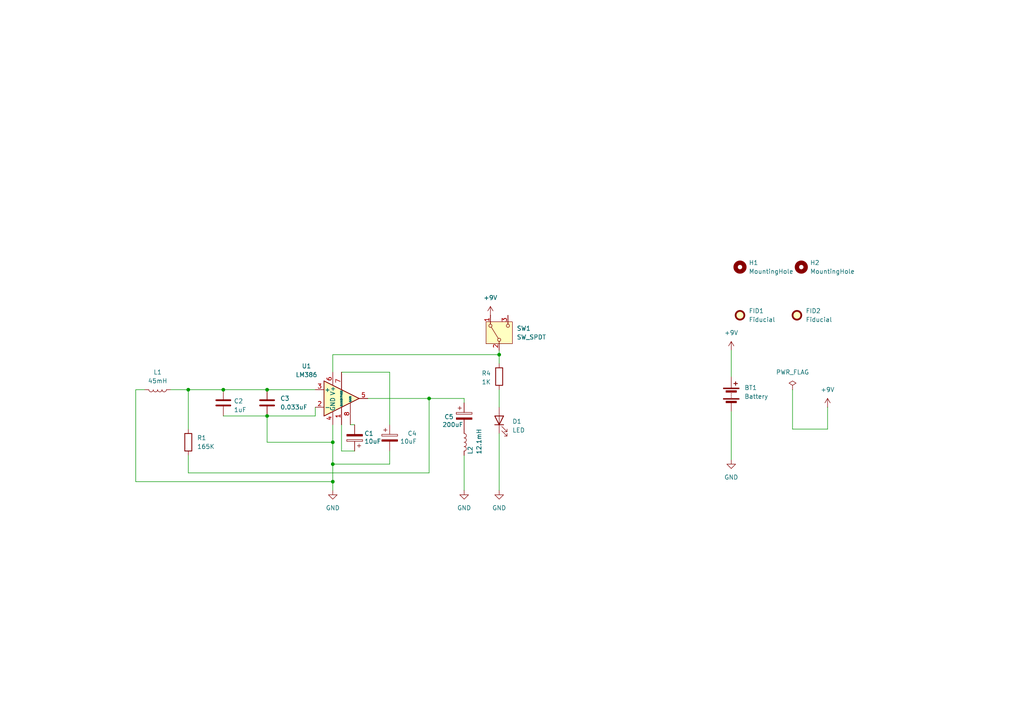
<source format=kicad_sch>
(kicad_sch (version 20231120) (generator "eeschema") (generator_version "8.0")
  (paper "A4")
  (title_block (title "EBOW Schematic"))
  (lib_symbols
    (symbol "Amplifier_Audio:LM386" (pin_names (offset 0.127))
      (property "Reference" "U" (at 1.27 7.62 0))
      (property "Value" "LM386" (at 1.27 5.08 0))
      (symbol "LM386_0_1"
        (polyline (pts (xy 5.08 0) (xy -5.08 5.08) (xy -5.08 -5.08) (xy 5.08 0)) (stroke (width 0.254)) (fill (type background)))
      )
      (symbol "LM386_1_1"
        (pin input line (at 0 -7.62 90) (length 5.08) (name "GAIN") (number "1"))
        (pin input line (at -7.62 -2.54 0) (length 2.54) (name "-") (number "2"))
        (pin input line (at -7.62 2.54 0) (length 2.54) (name "+") (number "3"))
        (pin power_in line (at -2.54 -7.62 90) (length 3.81) (name "GND") (number "4"))
        (pin output line (at 7.62 0 180) (length 2.54) (name "~") (number "5"))
        (pin power_in line (at -2.54 7.62 270) (length 3.81) (name "V+") (number "6"))
        (pin input line (at 0 7.62 270) (length 5.08) (name "BYPASS") (number "7"))
        (pin input line (at 2.54 -7.62 90) (length 6.35) (name "GAIN") (number "8"))
      )
    )
    (symbol "Device:Battery" (pin_numbers hide) (pin_names (offset 0) hide)
      (property "Reference" "BT" (at 2.54 2.54 0))
      (property "Value" "Battery" (at 2.54 0 0))
      (symbol "Battery_0_1"
        (rectangle (start -2.286 -1.27) (end 2.286 -1.524) (fill (type outline)))
        (rectangle (start -2.286 1.778) (end 2.286 1.524) (fill (type outline)))
        (rectangle (start -1.524 -2.032) (end 1.524 -2.54) (fill (type outline)))
        (rectangle (start -1.524 1.016) (end 1.524 0.508) (fill (type outline)))
        (polyline (pts (xy 0 -1.016) (xy 0 -0.762)))
        (polyline (pts (xy 0 -0.508) (xy 0 -0.254)))
        (polyline (pts (xy 0 0) (xy 0 0.254)))
        (polyline (pts (xy 0 1.778) (xy 0 2.54)))
        (polyline (pts (xy 0.762 3.048) (xy 1.778 3.048)) (stroke (width 0.254)))
        (polyline (pts (xy 1.27 3.556) (xy 1.27 2.54)) (stroke (width 0.254)))
      )
      (symbol "Battery_1_1"
        (pin passive line (at 0 5.08 270) (length 2.54) (name "+") (number "1"))
        (pin passive line (at 0 -5.08 90) (length 2.54) (name "-") (number "2"))
      )
    )
    (symbol "Device:C" (pin_numbers hide) (pin_names (offset 0.254))
      (property "Reference" "C" (at 0.635 2.54 0))
      (property "Value" "C" (at 0.635 -2.54 0))
      (symbol "C_0_1"
        (polyline (pts (xy -2.032 -0.762) (xy 2.032 -0.762)) (stroke (width 0.508)))
        (polyline (pts (xy -2.032 0.762) (xy 2.032 0.762)) (stroke (width 0.508)))
      )
      (symbol "C_1_1"
        (pin passive line (at 0 3.81 270) (length 2.794) (name "~") (number "1"))
        (pin passive line (at 0 -3.81 90) (length 2.794) (name "~") (number "2"))
      )
    )
    (symbol "Device:C_Polarized" (pin_numbers hide) (pin_names (offset 0.254))
      (property "Reference" "C" (at 0.635 2.54 0))
      (property "Value" "C_Polarized" (at 0.635 -2.54 0))
      (symbol "C_Polarized_0_1"
        (rectangle (start -2.286 0.508) (end 2.286 1.016))
        (polyline (pts (xy -1.778 2.286) (xy -0.762 2.286)))
        (polyline (pts (xy -1.27 2.794) (xy -1.27 1.778)))
        (rectangle (start 2.286 -0.508) (end -2.286 -1.016) (fill (type outline)))
      )
      (symbol "C_Polarized_1_1"
        (pin passive line (at 0 3.81 270) (length 2.794) (name "~") (number "1"))
        (pin passive line (at 0 -3.81 90) (length 2.794) (name "~") (number "2"))
      )
    )
    (symbol "Device:L" (pin_numbers hide) (pin_names (offset 1.016) hide)
      (property "Reference" "L" (at -1.27 0 90))
      (property "Value" "L" (at 1.905 0 90))
      (symbol "L_0_1"
        (arc (start 0 -2.54) (mid 0.6323 -1.905) (end 0 -1.27))
        (arc (start 0 -1.27) (mid 0.6323 -0.635) (end 0 0))
        (arc (start 0 0) (mid 0.6323 0.635) (end 0 1.27))
        (arc (start 0 1.27) (mid 0.6323 1.905) (end 0 2.54))
      )
      (symbol "L_1_1"
        (pin passive line (at 0 3.81 270) (length 1.27) (name "1") (number "1"))
        (pin passive line (at 0 -3.81 90) (length 1.27) (name "2") (number "2"))
      )
    )
    (symbol "Device:LED" (pin_numbers hide) (pin_names (offset 1.016) hide)
      (property "Reference" "D" (at 0 2.54 0))
      (property "Value" "LED" (at 0 -2.54 0))
      (symbol "LED_0_1"
        (polyline (pts (xy -1.27 -1.27) (xy -1.27 1.27)) (stroke (width 0.254)))
        (polyline (pts (xy -1.27 0) (xy 1.27 0)))
        (polyline (pts (xy 1.27 -1.27) (xy 1.27 1.27) (xy -1.27 0) (xy 1.27 -1.27)) (stroke (width 0.254)))
        (polyline (pts (xy -3.048 -0.762) (xy -4.572 -2.286) (xy -3.81 -2.286) (xy -4.572 -2.286) (xy -4.572 -1.524)))
        (polyline (pts (xy -1.778 -0.762) (xy -3.302 -2.286) (xy -2.54 -2.286) (xy -3.302 -2.286) (xy -3.302 -1.524)))
      )
      (symbol "LED_1_1"
        (pin passive line (at -3.81 0 0) (length 2.54) (name "K") (number "1"))
        (pin passive line (at 3.81 0 180) (length 2.54) (name "A") (number "2"))
      )
    )
    (symbol "Device:R" (pin_numbers hide) (pin_names (offset 0))
      (property "Reference" "R" (at 2.032 0 90))
      (property "Value" "R" (at 0 0 90))
      (symbol "R_0_1"
        (rectangle (start -1.016 -2.54) (end 1.016 2.54) (stroke (width 0.254)))
      )
      (symbol "R_1_1"
        (pin passive line (at 0 3.81 270) (length 1.27) (name "~") (number "1"))
        (pin passive line (at 0 -3.81 90) (length 1.27) (name "~") (number "2"))
      )
    )
    (symbol "Mechanical:Fiducial" (exclude_from_sim yes) (in_bom no)
      (property "Reference" "FID" (at 0 5.08 0))
      (property "Value" "Fiducial" (at 0 3.175 0))
      (symbol "Fiducial_0_1"
        (circle (center 0 0) (radius 1.27) (stroke (width 0.508)) (fill (type background)))
      )
    )
    (symbol "Mechanical:MountingHole" (pin_names (offset 1.016)) (exclude_from_sim yes) (in_bom no)
      (property "Reference" "H" (at 0 5.08 0))
      (property "Value" "MountingHole" (at 0 3.175 0))
      (symbol "MountingHole_0_1"
        (circle (center 0 0) (radius 1.27) (stroke (width 1.27)))
      )
    )
    (symbol "Switch:SW_SPDT" (pin_names (offset 0) hide)
      (property "Reference" "SW" (at 0 5.08 0))
      (property "Value" "SW_SPDT" (at 0 -5.08 0))
      (symbol "SW_SPDT_0_1"
        (circle (center -2.032 0) (radius 0.4572))
        (polyline (pts (xy -1.651 0.254) (xy 1.651 2.286)))
        (circle (center 2.032 -2.54) (radius 0.4572))
        (circle (center 2.032 2.54) (radius 0.4572))
      )
      (symbol "SW_SPDT_1_1"
        (rectangle (start -3.175 3.81) (end 3.175 -3.81) (fill (type background)))
        (pin passive line (at 5.08 2.54 180) (length 2.54) (name "A") (number "1"))
        (pin passive line (at -5.08 0 0) (length 2.54) (name "B") (number "2"))
        (pin passive line (at 5.08 -2.54 180) (length 2.54) (name "C") (number "3"))
      )
    )
    (symbol "power:+9V" (power) (pin_numbers hide) (pin_names (offset 0) hide)
      (property "Value" "+9V" (at 0 3.556 0))
      (symbol "+9V_0_1"
        (polyline (pts (xy -0.762 1.27) (xy 0 2.54)))
        (polyline (pts (xy 0 0) (xy 0 2.54)))
        (polyline (pts (xy 0 2.54) (xy 0.762 1.27)))
      )
      (symbol "+9V_1_1"
        (pin power_in line (at 0 0 90) (length 0) (name "~") (number "1"))
      )
    )
    (symbol "power:GND" (power) (pin_numbers hide) (pin_names (offset 0) hide)
      (property "Value" "GND" (at 0 -3.81 0))
      (symbol "GND_0_1"
        (polyline (pts (xy 0 0) (xy 0 -1.27) (xy 1.27 -1.27) (xy 0 -2.54) (xy -1.27 -1.27) (xy 0 -1.27)))
      )
      (symbol "GND_1_1"
        (pin power_in line (at 0 0 270) (length 0) (name "~") (number "1"))
      )
    )
    (symbol "power:PWR_FLAG" (power) (pin_numbers hide) (pin_names (offset 0) hide)
      (property "Value" "PWR_FLAG" (at 0 3.81 0))
      (symbol "PWR_FLAG_0_0"
        (pin power_out line (at 0 0 90) (length 0) (name "~") (number "1"))
      )
      (symbol "PWR_FLAG_0_1"
        (polyline (pts (xy 0 0) (xy 0 1.27) (xy -1.016 1.905) (xy 0 2.54) (xy 1.016 1.905) (xy 0 1.27)))
      )
    )
  )
  (junction (at 77.47 120.65))
  (junction (at 64.77 113.03))
  (junction (at 144.78 102.87))
  (junction (at 77.47 113.03))
  (junction (at 124.46 115.57))
  (junction (at 96.52 128.27))
  (junction (at 96.52 134.62))
  (junction (at 54.61 113.03))
  (junction (at 96.52 139.7))
  (wire (pts (xy 113.03 123.19) (xy 113.03 107.95)))
  (wire (pts (xy 96.52 123.19) (xy 96.52 128.27)))
  (wire (pts (xy 124.46 115.57) (xy 134.62 115.57)))
  (wire (pts (xy 39.37 139.7) (xy 96.52 139.7)))
  (wire (pts (xy 134.62 115.57) (xy 134.62 116.84)))
  (wire (pts (xy 229.87 113.03) (xy 229.87 124.46)))
  (wire (pts (xy 91.44 120.65) (xy 77.47 120.65)))
  (wire (pts (xy 96.52 139.7) (xy 96.52 142.24)))
  (wire (pts (xy 229.87 124.46) (xy 240.03 124.46)))
  (wire (pts (xy 99.06 130.81) (xy 102.87 130.81)))
  (wire (pts (xy 212.09 119.38) (xy 212.09 133.35)))
  (wire (pts (xy 77.47 120.65) (xy 77.47 128.27)))
  (wire (pts (xy 49.53 113.03) (xy 54.61 113.03)))
  (wire (pts (xy 54.61 137.16) (xy 124.46 137.16)))
  (wire (pts (xy 99.06 123.19) (xy 99.06 130.81)))
  (wire (pts (xy 64.77 113.03) (xy 77.47 113.03)))
  (wire (pts (xy 240.03 118.11) (xy 240.03 124.46)))
  (wire (pts (xy 54.61 113.03) (xy 64.77 113.03)))
  (wire (pts (xy 77.47 128.27) (xy 96.52 128.27)))
  (wire (pts (xy 144.78 102.87) (xy 144.78 105.41)))
  (wire (pts (xy 96.52 102.87) (xy 96.52 107.95)))
  (wire (pts (xy 39.37 113.03) (xy 39.37 139.7)))
  (wire (pts (xy 54.61 113.03) (xy 54.61 124.46)))
  (wire (pts (xy 106.68 115.57) (xy 124.46 115.57)))
  (wire (pts (xy 41.91 113.03) (xy 39.37 113.03)))
  (wire (pts (xy 91.44 118.11) (xy 91.44 120.65)))
  (wire (pts (xy 77.47 113.03) (xy 91.44 113.03)))
  (wire (pts (xy 96.52 102.87) (xy 144.78 102.87)))
  (wire (pts (xy 101.6 123.19) (xy 102.87 123.19)))
  (wire (pts (xy 124.46 115.57) (xy 124.46 137.16)))
  (wire (pts (xy 113.03 130.81) (xy 113.03 134.62)))
  (wire (pts (xy 144.78 125.73) (xy 144.78 142.24)))
  (wire (pts (xy 96.52 128.27) (xy 96.52 134.62)))
  (wire (pts (xy 113.03 134.62) (xy 96.52 134.62)))
  (wire (pts (xy 77.47 120.65) (xy 64.77 120.65)))
  (wire (pts (xy 212.09 101.6) (xy 212.09 109.22)))
  (wire (pts (xy 54.61 132.08) (xy 54.61 137.16)))
  (wire (pts (xy 144.78 101.6) (xy 144.78 102.87)))
  (wire (pts (xy 144.78 113.03) (xy 144.78 118.11)))
  (wire (pts (xy 99.06 107.95) (xy 113.03 107.95)))
  (wire (pts (xy 134.62 132.08) (xy 134.62 142.24)))
  (wire (pts (xy 96.52 134.62) (xy 96.52 139.7)))
  (symbol (lib_id "Switch:SW_SPDT") (at 144.78 96.52 90) (unit 1)
    (property "Reference" "SW1" (at 149.86 95.2499 90) (effects (justify right)))
    (property "Value" "SW_SPDT" (at 149.86 97.7899 90) (effects (justify right)))
    (property "Footprint" "audiostuff:switch-2-mode" (effects (hide yes)))
    (property "Description" "Switch, single pole double throw" (effects (hide yes)))
  )
  (symbol (lib_id "Device:R") (at 54.61 128.27 0) (unit 1)
    (property "Reference" "R1" (at 57.15 126.9999 0) (effects (justify left)))
    (property "Value" "165K" (at 57.15 129.5399 0) (effects (justify left)))
    (property "Footprint" "Resistor_SMD:R_0201_0603Metric" (effects (hide yes)))
    (property "Description" "Resistor" (effects (hide yes)))
  )
  (symbol (lib_id "power:PWR_FLAG") (at 229.87 113.03 0) (unit 1)
    (property "Reference" "#FLG01" (effects (hide yes)))
    (property "Value" "PWR_FLAG" (at 229.87 107.95 0))
    (property "Description" "Special symbol for telling ERC where power comes from" (effects (hide yes)))
  )
  (symbol (lib_id "Device:LED") (at 144.78 121.92 90) (unit 1)
    (property "Reference" "D1" (at 148.59 122.2374 90) (effects (justify right)))
    (property "Value" "LED" (at 148.59 124.7774 90) (effects (justify right)))
    (property "Footprint" "LED_THT:LED_D5.0mm_Horizontal_O6.35mm_Z15.0mm" (effects (hide yes)))
    (property "Description" "Light emitting diode" (effects (hide yes)))
  )
  (symbol (lib_id "Device:C_Polarized") (at 102.87 127 180) (unit 1)
    (property "Reference" "C1" (at 105.664 125.73 0) (effects (justify right)))
    (property "Value" "10uF" (at 105.664 128.016 0) (effects (justify right)))
    (property "Footprint" "Capacitor_THT:CP_Radial_D5.0mm_P2.00mm" (effects (hide yes)))
    (property "Description" "Polarized capacitor" (effects (hide yes)))
  )
  (symbol (lib_id "power:+9V") (at 212.09 101.6 0) (unit 1)
    (property "Reference" "#PWR04" (effects (hide yes)))
    (property "Value" "+9V" (at 212.09 96.52 0))
    (property "Description" "Power symbol creates a global label with name \"+9V\"" (effects (hide yes)))
  )
  (symbol (lib_id "Device:C") (at 77.47 116.84 0) (unit 1)
    (property "Reference" "C3" (at 81.28 115.5699 0) (effects (justify left)))
    (property "Value" "0.033uF" (at 81.28 118.1099 0) (effects (justify left)))
    (property "Footprint" "Capacitor_SMD:C_0603_1608Metric" (effects (hide yes)))
    (property "Description" "Unpolarized capacitor" (effects (hide yes)))
  )
  (symbol (lib_id "power:GND") (at 96.52 142.24 0) (unit 1)
    (property "Reference" "#PWR02" (effects (hide yes)))
    (property "Value" "GND" (at 96.52 147.32 0))
    (property "Description" "Power symbol creates a global label with name \"GND\" , ground" (effects (hide yes)))
  )
  (symbol (lib_id "power:GND") (at 144.78 142.24 0) (unit 1)
    (property "Reference" "#PWR07" (effects (hide yes)))
    (property "Value" "GND" (at 144.78 147.32 0))
    (property "Description" "Power symbol creates a global label with name \"GND\" , ground" (effects (hide yes)))
  )
  (symbol (lib_id "Device:L") (at 134.62 128.27 0) (unit 1)
    (property "Reference" "L2" (at 136.398 131.826 90) (effects (justify left)))
    (property "Value" "12.1mH" (at 138.938 131.826 90) (effects (justify left)))
    (property "Footprint" "audiostuff:Inductor" (effects (hide yes)))
    (property "Description" "Inductor" (effects (hide yes)))
  )
  (symbol (lib_id "Mechanical:MountingHole") (at 232.41 77.47 0) (unit 1) (exclude_from_sim yes) (in_bom no)
    (property "Reference" "H2" (at 234.95 76.1999 0) (effects (justify left)))
    (property "Value" "MountingHole" (at 234.95 78.7399 0) (effects (justify left)))
    (property "Footprint" "MountingHole:MountingHole_2.1mm" (effects (hide yes)))
    (property "Description" "Mounting Hole without connection" (effects (hide yes)))
  )
  (symbol (lib_id "power:GND") (at 134.62 142.24 0) (unit 1)
    (property "Reference" "#PWR06" (effects (hide yes)))
    (property "Value" "GND" (at 134.62 147.32 0))
    (property "Description" "Power symbol creates a global label with name \"GND\" , ground" (effects (hide yes)))
  )
  (symbol (lib_id "Mechanical:Fiducial") (at 214.63 91.44 0) (unit 1) (exclude_from_sim yes) (in_bom no)
    (property "Reference" "FID1" (at 217.17 90.1699 0) (effects (justify left)))
    (property "Value" "Fiducial" (at 217.17 92.7099 0) (effects (justify left)))
    (property "Footprint" "Fiducial:Fiducial_0.5mm_Mask1.5mm" (effects (hide yes)))
    (property "Description" "Fiducial Marker" (effects (hide yes)))
  )
  (symbol (lib_id "Device:C_Polarized") (at 134.62 120.65 0) (unit 1)
    (property "Reference" "C5" (at 131.572 120.904 0) (effects (justify right)))
    (property "Value" "200uF" (at 134.366 123.19 0) (effects (justify right)))
    (property "Footprint" "Capacitor_THT:CP_Radial_D5.0mm_P2.00mm" (effects (hide yes)))
    (property "Description" "Polarized capacitor" (effects (hide yes)))
  )
  (symbol (lib_id "power:+9V") (at 142.24 91.44 0) (unit 1)
    (property "Reference" "#PWR01" (effects (hide yes)))
    (property "Value" "+9V" (at 142.24 86.36 0))
    (property "Description" "Power symbol creates a global label with name \"+9V\"" (effects (hide yes)))
  )
  (symbol (lib_id "power:+9V") (at 240.03 118.11 0) (unit 1)
    (property "Reference" "#PWR03" (effects (hide yes)))
    (property "Value" "+9V" (at 240.03 113.03 0))
    (property "Description" "Power symbol creates a global label with name \"+9V\"" (effects (hide yes)))
  )
  (symbol (lib_id "Mechanical:MountingHole") (at 214.63 77.47 0) (unit 1) (exclude_from_sim yes) (in_bom no)
    (property "Reference" "H1" (at 217.17 76.1999 0) (effects (justify left)))
    (property "Value" "MountingHole" (at 217.17 78.7399 0) (effects (justify left)))
    (property "Footprint" "MountingHole:MountingHole_2.1mm" (effects (hide yes)))
    (property "Description" "Mounting Hole without connection" (effects (hide yes)))
  )
  (symbol (lib_id "Amplifier_Audio:LM386") (at 99.06 115.57 0) (unit 1)
    (property "Reference" "U1" (at 88.9 106.172 0))
    (property "Value" "LM386" (at 88.9 108.712 0))
    (property "Footprint" "audiostuff:lm386-smd" (effects (hide yes)))
    (property "Datasheet" "http://www.ti.com/lit/ds/symlink/lm386.pdf" (effects (hide yes)))
    (property "Description" "Low Voltage Audio Power Amplifier, DIP-8/SOIC-8/SSOP-8" (effects (hide yes)))
  )
  (symbol (lib_id "Mechanical:Fiducial") (at 231.14 91.44 0) (unit 1) (exclude_from_sim yes) (in_bom no)
    (property "Reference" "FID2" (at 233.68 90.1699 0) (effects (justify left)))
    (property "Value" "Fiducial" (at 233.68 92.7099 0) (effects (justify left)))
    (property "Footprint" "Fiducial:Fiducial_0.5mm_Mask1.5mm" (effects (hide yes)))
    (property "Description" "Fiducial Marker" (effects (hide yes)))
  )
  (symbol (lib_id "Device:R") (at 144.78 109.22 180) (unit 1)
    (property "Reference" "R4" (at 141.0335 108.2675 0))
    (property "Value" "1K" (at 141.0335 110.8075 0))
    (property "Footprint" "Resistor_SMD:R_0201_0603Metric" (effects (hide yes)))
    (property "Description" "Output Coil" (effects (hide yes)))
  )
  (symbol (lib_id "power:GND") (at 212.09 133.35 0) (unit 1)
    (property "Reference" "#PWR05" (effects (hide yes)))
    (property "Value" "GND" (at 212.09 138.43 0))
    (property "Description" "Power symbol creates a global label with name \"GND\" , ground" (effects (hide yes)))
  )
  (symbol (lib_id "Device:C") (at 64.77 116.84 0) (unit 1)
    (property "Reference" "C2" (at 67.818 116.332 0) (effects (justify left)))
    (property "Value" "1uF" (at 67.818 118.872 0) (effects (justify left)))
    (property "Footprint" "Capacitor_SMD:C_0603_1608Metric" (effects (hide yes)))
    (property "Description" "Unpolarized capacitor" (effects (hide yes)))
  )
  (symbol (lib_id "Device:Battery") (at 212.09 114.3 0) (unit 1)
    (property "Reference" "BT1" (at 215.9 112.4584 0) (effects (justify left)))
    (property "Value" "Battery" (at 215.9 114.9984 0) (effects (justify left)))
    (property "Footprint" "audiostuff:battery_connector_9v" (effects (hide yes)))
    (property "Description" "Multiple-cell battery" (effects (hide yes)))
  )
  (symbol (lib_id "Device:L") (at 45.72 113.03 270) (unit 1)
    (property "Reference" "L1" (at 45.72 107.95 90))
    (property "Value" "45mH" (at 45.72 110.49 90))
    (property "Footprint" "audiostuff:Inductor" (effects (hide yes)))
    (property "Description" "Inductor" (effects (hide yes)))
  )
  (symbol (lib_id "Device:C_Polarized") (at 113.03 127 0) (unit 1)
    (property "Reference" "C4" (at 120.904 125.73 0) (effects (justify right)))
    (property "Value" "10uF" (at 120.904 128.016 0) (effects (justify right)))
    (property "Footprint" "Capacitor_THT:CP_Radial_D5.0mm_P2.00mm" (effects (hide yes)))
    (property "Description" "Polarized capacitor" (effects (hide yes)))
  )
)
</source>
